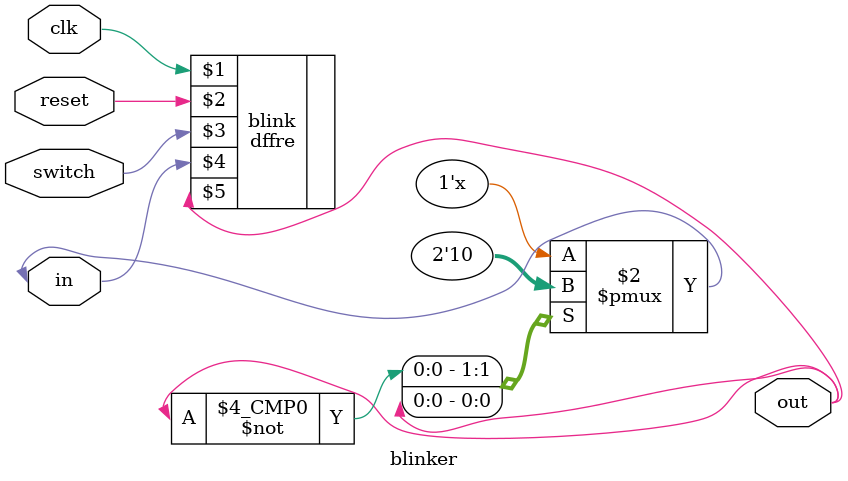
<source format=v>
module blinker (
    input clk, // The clk input
    input switch, // The enabler is the switch output from timer
    input reset, 	// Standard system clock and reset
    input in, 	// Initialized on (1'b1)
    output out	// 
);
  
  // Switch is fed from timer, in should be intialized at one to start the blinker on.
  dffre #(1) blink(clk, reset, switch, in, out);
  
  always @(*) begin
    case(out) 
      1'b0: in = 1'b1;
      1'b1: in = 1'b0;
      default: in = out;
    endcase
  end


endmodule

</source>
